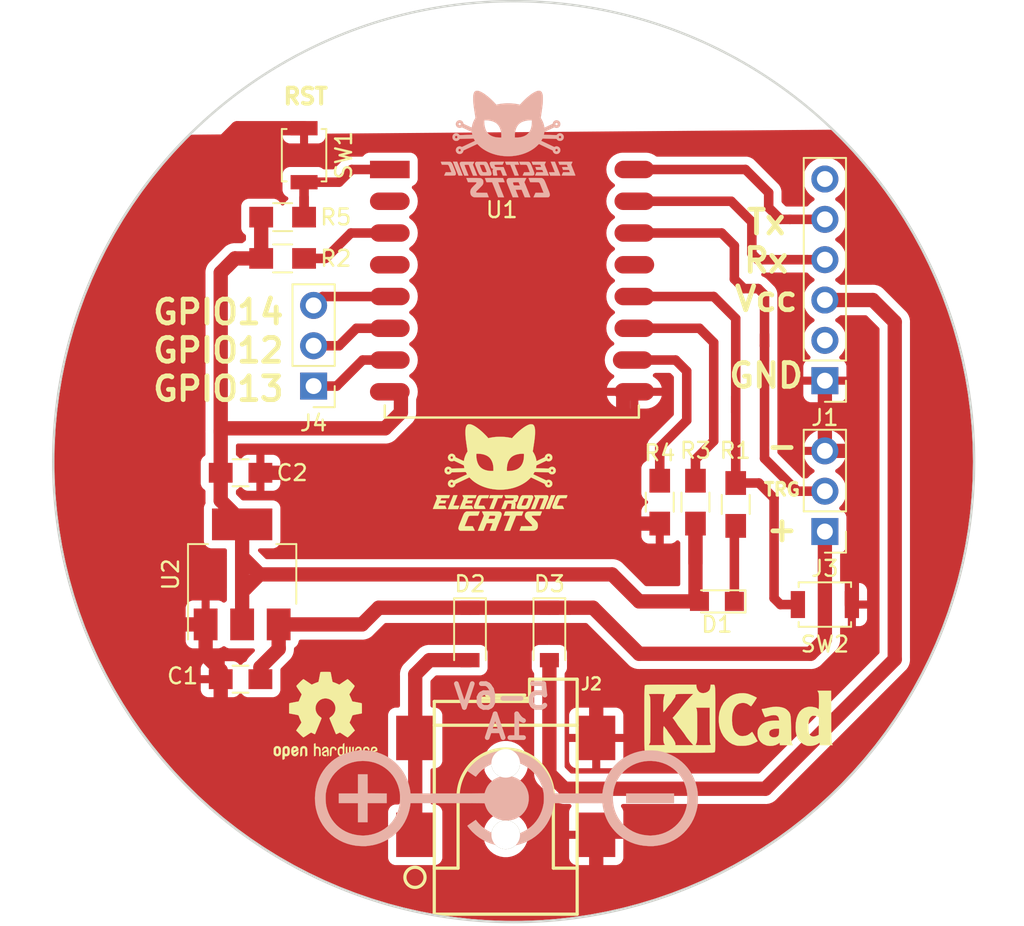
<source format=kicad_pcb>
(kicad_pcb (version 20221018) (generator pcbnew)
  (layers (0 "F.Cu" signal) (31 "B.Cu" signal) (34 "B.Paste" user) (35 "F.Paste" user) (36 "B.SilkS" user "B.Silkscreen") (37 "F.SilkS" user "F.Silkscreen") (38 "B.Mask" user) (39 "F.Mask" user) (44 "Edge.Cuts" user))
  (net 0 "")
  (net 1 "GND")
  (net 2 "+3V3")
  (net 3 "VCC")
  (net 4 "/RST")
  (net 5 "/TXD")
  (net 6 "/RXD")
  (net 7 "/GPIO0")
  (net 8 "/RESET")
  (net 9 "/ADC")
  (net 10 "/CH_PD")
  (net 11 "/GPIO15")
  (net 12 "/GPIO2")
  (net 13 "/GPIO13")
  (net 14 "/GPIO12")
  (net 15 "/GPIO14")
  (net 16 "/GPIO4")
  (net 17 "+5V")
  (net 18 "Net-(D1-Pad1)")
  (net 19 "+5VP")
  (net 20 "Net-(J1-Pad2)")
  (net 21 "Net-(J1-Pad6)")
  (net 22 "/TRG")
  (footprint "Capacitors_SMD:C_0805_HandSoldering" (layer "F.Cu") (at 94.15 82.7 180)
    (fp_text reference "C1" (at 3.65 0.2 180) (layer "F.SilkS"))
    (fp_text value "4.7uF")
    (pad "1" smd rect (at -1.25 0 180) (size 1.5 1.25) (layers "F.Cu" "F.Paste" "F.Mask") (net 17 "+5V"))
    (pad "2" smd rect (at 1.25 0 180) (size 1.5 1.25) (layers "F.Cu" "F.Paste" "F.Mask") (net 1 "GND"))
  )
  (footprint "Capacitors_SMD:C_0805_HandSoldering" (layer "F.Cu") (at 94.15 69.7)
    (fp_text reference "C2" (at 3.25 0) (layer "F.SilkS"))
    (fp_text value "4.7uF")
    (pad "1" smd rect (at -1.25 0) (size 1.5 1.25) (layers "F.Cu" "F.Paste" "F.Mask") (net 2 "+3V3"))
    (pad "2" smd rect (at 1.25 0) (size 1.5 1.25) (layers "F.Cu" "F.Paste" "F.Mask") (net 1 "GND"))
  )
  (footprint "LEDs:LED_0805" (layer "F.Cu") (at 124.15 77.8 180)
    (fp_text reference "D1" (at 0 -1.45 180) (layer "F.SilkS"))
    (fp_text value "Led")
    (pad "1" smd rect (at -1.1 0) (size 1.2 1.2) (layers "F.Cu" "F.Paste" "F.Mask") (net 18 "Net-(D1-Pad1)"))
    (pad "2" smd rect (at 1.1 0) (size 1.2 1.2) (layers "F.Cu" "F.Paste" "F.Mask") (net 2 "+3V3"))
  )
  (footprint "Diodes_SMD:D_SOD-123" (layer "F.Cu") (at 108.6 79.85 -90)
    (fp_text reference "D2" (at -3.15 0) (layer "F.SilkS"))
    (fp_text value "D_Schottky")
    (pad "1" smd rect (at -1.65 0 270) (size 0.9 1.2) (layers "F.Cu" "F.Paste" "F.Mask") (net 17 "+5V"))
    (pad "2" smd rect (at 1.65 0 270) (size 0.9 1.2) (layers "F.Cu" "F.Paste" "F.Mask") (net 3 "VCC"))
  )
  (footprint "Diodes_SMD:D_SOD-123" (layer "F.Cu") (at 113.6 79.85 -90)
    (fp_text reference "D3" (at -3.15 0) (layer "F.SilkS"))
    (fp_text value "D_Schottky")
    (pad "1" smd rect (at -1.65 0 270) (size 0.9 1.2) (layers "F.Cu" "F.Paste" "F.Mask") (net 17 "+5V"))
    (pad "2" smd rect (at 1.65 0 270) (size 0.9 1.2) (layers "F.Cu" "F.Paste" "F.Mask") (net 19 "+5VP"))
  )
  (footprint "Pin_Headers:Pin_Header_Straight_1x06_Pitch2.54mm" (layer "F.Cu") (at 130.95 63.9 180)
    (fp_text reference "J1" (at 0 -2.33 180) (layer "F.SilkS"))
    (fp_text value "CONN_01X06")
    (pad "1" thru_hole rect (at 0 0 180) (size 1.7 1.7) (drill 1) (layers "*.Cu" "*.Mask") (net 1 "GND"))
    (pad "2" thru_hole oval (at 0 2.54 180) (size 1.7 1.7) (drill 1) (layers "*.Cu" "*.Mask") (net 20 "Net-(J1-Pad2)"))
    (pad "3" thru_hole oval (at 0 5.08 180) (size 1.7 1.7) (drill 1) (layers "*.Cu" "*.Mask") (net 19 "+5VP"))
    (pad "4" thru_hole oval (at 0 7.62 180) (size 1.7 1.7) (drill 1) (layers "*.Cu" "*.Mask") (net 6 "/RXD"))
    (pad "5" thru_hole oval (at 0 10.16 180) (size 1.7 1.7) (drill 1) (layers "*.Cu" "*.Mask") (net 5 "/TXD"))
    (pad "6" thru_hole oval (at 0 12.7 180) (size 1.7 1.7) (drill 1) (layers "*.Cu" "*.Mask") (net 21 "Net-(J1-Pad6)"))
  )
  (footprint "jmicron:CUI-PJ-002AH-SMT_dc-barrel-jack" (layer "F.Cu") (at 110.85 90.1 90)
    (fp_text reference "J2" (at 7.1 5.4 180) (layer "F.SilkS") (effects (font (size 0.762 0.762) (thickness 0.1524))))
    (fp_text value "PJ-002AH-SMT-TR" hide)
    (pad "" thru_hole circle (at -2.4 0 90) (size 1.8 1.8) (drill 1.8) (layers "*.Cu" "*.Mask" "F.SilkS"))
    (pad "" thru_hole circle (at 2.1 0 90) (size 1.8 1.8) (drill 1.8) (layers "*.Cu" "*.Mask" "F.SilkS"))
    (pad "1" smd rect (at -2.4 -5.7 90) (size 2.8 2.4) (layers "F.Cu" "F.Paste" "F.Mask") (net 3 "VCC"))
    (pad "1" smd rect (at 3.7 -5.7 90) (size 2.8 2.4) (layers "F.Cu" "F.Paste" "F.Mask") (net 3 "VCC"))
    (pad "2" smd rect (at -2.4 5.7 90) (size 2.8 2.4) (layers "F.Cu" "F.Paste" "F.Mask") (net 1 "GND"))
    (pad "3" smd rect (at 3.7 5.7 90) (size 2.8 2.4) (layers "F.Cu" "F.Paste" "F.Mask") (net 1 "GND"))
  )
  (footprint "Pin_Headers:Pin_Header_Straight_1x03_Pitch2.54mm" (layer "F.Cu") (at 130.95 73.4 180)
    (fp_text reference "J3" (at 0 -2.33 180) (layer "F.SilkS"))
    (fp_text value "CONN_01X03")
    (pad "1" thru_hole rect (at 0 0 180) (size 1.7 1.7) (drill 1) (layers "*.Cu" "*.Mask") (net 17 "+5V"))
    (pad "2" thru_hole oval (at 0 2.54 180) (size 1.7 1.7) (drill 1) (layers "*.Cu" "*.Mask") (net 22 "/TRG"))
    (pad "3" thru_hole oval (at 0 5.08 180) (size 1.7 1.7) (drill 1) (layers "*.Cu" "*.Mask") (net 1 "GND"))
  )
  (footprint "Pin_Headers:Pin_Header_Straight_1x03_Pitch2.54mm" (layer "F.Cu") (at 98.75 64.24 180)
    (fp_text reference "J4" (at 0 -2.33 180) (layer "F.SilkS"))
    (fp_text value "CONN_01X03")
    (pad "1" thru_hole rect (at 0 0 180) (size 1.7 1.7) (drill 1) (layers "*.Cu" "*.Mask") (net 13 "/GPIO13"))
    (pad "2" thru_hole oval (at 0 2.54 180) (size 1.7 1.7) (drill 1) (layers "*.Cu" "*.Mask") (net 14 "/GPIO12"))
    (pad "3" thru_hole oval (at 0 5.08 180) (size 1.7 1.7) (drill 1) (layers "*.Cu" "*.Mask") (net 15 "/GPIO14"))
  )
  (footprint "Resistors_SMD:R_0805_HandSoldering" (layer "F.Cu") (at 125.335 71.695001 -90)
    (fp_text reference "R1" (at -3.395001 0.035) (layer "F.SilkS"))
    (fp_text value "330R")
    (pad "1" smd rect (at -1.35 0 270) (size 1.5 1.3) (layers "F.Cu" "F.Paste" "F.Mask") (net 7 "/GPIO0"))
    (pad "2" smd rect (at 1.35 0 270) (size 1.5 1.3) (layers "F.Cu" "F.Paste" "F.Mask") (net 18 "Net-(D1-Pad1)"))
  )
  (footprint "Resistors_SMD:R_0805_HandSoldering" (layer "F.Cu") (at 96.8 56.2)
    (fp_text reference "R2" (at 3.35 0 180) (layer "F.SilkS"))
    (fp_text value "10K")
    (pad "1" smd rect (at -1.35 0) (size 1.5 1.3) (layers "F.Cu" "F.Paste" "F.Mask") (net 2 "+3V3"))
    (pad "2" smd rect (at 1.35 0) (size 1.5 1.3) (layers "F.Cu" "F.Paste" "F.Mask") (net 10 "/CH_PD"))
  )
  (footprint "Resistors_SMD:R_0805_HandSoldering" (layer "F.Cu") (at 122.8 71.55 90)
    (fp_text reference "R3" (at 3.25 0 180) (layer "F.SilkS"))
    (fp_text value "10K")
    (pad "1" smd rect (at -1.35 0 90) (size 1.5 1.3) (layers "F.Cu" "F.Paste" "F.Mask") (net 2 "+3V3"))
    (pad "2" smd rect (at 1.35 0 90) (size 1.5 1.3) (layers "F.Cu" "F.Paste" "F.Mask") (net 12 "/GPIO2"))
  )
  (footprint "Resistors_SMD:R_0805_HandSoldering" (layer "F.Cu") (at 120.55 71.55 -90)
    (fp_text reference "R4" (at -3.1 0) (layer "F.SilkS"))
    (fp_text value "10K")
    (pad "1" smd rect (at -1.35 0 270) (size 1.5 1.3) (layers "F.Cu" "F.Paste" "F.Mask") (net 11 "/GPIO15"))
    (pad "2" smd rect (at 1.35 0 270) (size 1.5 1.3) (layers "F.Cu" "F.Paste" "F.Mask") (net 1 "GND"))
  )
  (footprint "Resistors_SMD:R_0805_HandSoldering" (layer "F.Cu") (at 96.8 53.6)
    (fp_text reference "R5" (at 3.35 0 180) (layer "F.SilkS"))
    (fp_text value "10K")
    (pad "1" smd rect (at -1.35 0) (size 1.5 1.3) (layers "F.Cu" "F.Paste" "F.Mask") (net 2 "+3V3"))
    (pad "2" smd rect (at 1.35 0) (size 1.5 1.3) (layers "F.Cu" "F.Paste" "F.Mask") (net 4 "/RST"))
  )
  (footprint "Buttons_Switches_SMD:SW_SPST_B3U-1000P" (layer "F.Cu") (at 98.15 49.7 -90)
    (fp_text reference "SW1" (at 0 -2.5 270) (layer "F.SilkS"))
    (fp_text value "SW_RESET")
    (pad "1" smd rect (at -1.7 0 270) (size 0.9 1.7) (layers "F.Cu" "F.Paste" "F.Mask") (net 1 "GND"))
    (pad "2" smd rect (at 1.7 0 270) (size 0.9 1.7) (layers "F.Cu" "F.Paste" "F.Mask") (net 4 "/RST"))
  )
  (footprint "Buttons_Switches_SMD:SW_SPST_B3U-1000P" (layer "F.Cu") (at 130.95 78 180)
    (fp_text reference "SW2" (at 0 -2.5 180) (layer "F.SilkS"))
    (fp_text value "SW_RESET")
    (pad "1" smd rect (at -1.7 0 180) (size 0.9 1.7) (layers "F.Cu" "F.Paste" "F.Mask") (net 1 "GND"))
    (pad "2" smd rect (at 1.7 0 180) (size 0.9 1.7) (layers "F.Cu" "F.Paste" "F.Mask") (net 7 "/GPIO0"))
  )
  (footprint "ESP-12E" (layer "F.Cu") (at 104.25 50.6)
    (fp_text reference "U1" (at 6.35 2.54) (layer "F.SilkS"))
    (fp_text value "ESP8266-12E" hide)
    (pad "1" smd rect (at 0 0) (size 2.5 1.1) (drill (offset -0.7 0)) (layers "F.Cu" "F.Paste" "F.Mask") (net 4 "/RST"))
    (pad "2" smd oval (at 0 2) (size 2.5 1.1) (drill (offset -0.7 0)) (layers "F.Cu" "F.Paste" "F.Mask") (net 9 "/ADC"))
    (pad "3" smd oval (at 0 4) (size 2.5 1.1) (drill (offset -0.7 0)) (layers "F.Cu" "F.Paste" "F.Mask") (net 10 "/CH_PD"))
    (pad "4" smd oval (at 0 6) (size 2.5 1.1) (drill (offset -0.7 0)) (layers "F.Cu" "F.Paste" "F.Mask") (net 8 "/RESET"))
    (pad "5" smd oval (at 0 8) (size 2.5 1.1) (drill (offset -0.7 0)) (layers "F.Cu" "F.Paste" "F.Mask") (net 15 "/GPIO14"))
    (pad "6" smd oval (at 0 10) (size 2.5 1.1) (drill (offset -0.7 0)) (layers "F.Cu" "F.Paste" "F.Mask") (net 14 "/GPIO12"))
    (pad "7" smd oval (at 0 12) (size 2.5 1.1) (drill (offset -0.7 0)) (layers "F.Cu" "F.Paste" "F.Mask") (net 13 "/GPIO13"))
    (pad "8" smd oval (at 0 14) (size 2.5 1.1) (drill (offset -0.7 0)) (layers "F.Cu" "F.Paste" "F.Mask") (net 2 "+3V3"))
    (pad "15" smd oval (at 14 14) (size 2.5 1.1) (drill (offset 0.7 0)) (layers "F.Cu" "F.Paste" "F.Mask") (net 1 "GND"))
    (pad "16" smd oval (at 14 12) (size 2.5 1.1) (drill (offset 0.6 0)) (layers "F.Cu" "F.Paste" "F.Mask") (net 11 "/GPIO15"))
    (pad "17" smd oval (at 14 10) (size 2.5 1.1) (drill (offset 0.7 0)) (layers "F.Cu" "F.Paste" "F.Mask") (net 12 "/GPIO2"))
    (pad "18" smd oval (at 14 8) (size 2.5 1.1) (drill (offset 0.7 0)) (layers "F.Cu" "F.Paste" "F.Mask") (net 7 "/GPIO0"))
    (pad "19" smd oval (at 14 6) (size 2.5 1.1) (drill (offset 0.7 0)) (layers "F.Cu" "F.Paste" "F.Mask") (net 16 "/GPIO4"))
    (pad "20" smd oval (at 14 4) (size 2.5 1.1) (drill (offset 0.7 0)) (layers "F.Cu" "F.Paste" "F.Mask") (net 22 "/TRG"))
    (pad "21" smd oval (at 14 2) (size 2.5 1.1) (drill (offset 0.7 0)) (layers "F.Cu" "F.Paste" "F.Mask") (net 6 "/RXD"))
    (pad "22" smd oval (at 14 0) (size 2.5 1.1) (drill (offset 0.7 0)) (layers "F.Cu" "F.Paste" "F.Mask") (net 5 "/TXD"))
  )
  (footprint "TO_SOT_Packages_SMD:SOT-223-3_TabPin2" (layer "F.Cu") (at 94.25 76.1 90)
    (fp_text reference "U2" (at 0 -4.5 90) (layer "F.SilkS"))
    (fp_text value "AP2114")
    (pad "1" smd rect (at -3.15 -2.3 90) (size 2 1.5) (layers "F.Cu" "F.Paste" "F.Mask") (net 1 "GND"))
    (pad "2" smd rect (at -3.15 0 90) (size 2 1.5) (layers "F.Cu" "F.Paste" "F.Mask") (net 2 "+3V3"))
    (pad "2" smd rect (at 3.15 0 90) (size 2 3.8) (layers "F.Cu" "F.Paste" "F.Mask") (net 2 "+3V3"))
    (pad "3" smd rect (at -3.15 2.3 90) (size 2 1.5) (layers "F.Cu" "F.Paste" "F.Mask") (net 17 "+5V"))
  )
  (footprint "Symbols:Symbol_KiCAD-Logo_CopperAndSilkScreenTop" (layer "F.Cu") (at 125.5 85)
    (fp_text reference "REF**" hide)
    (fp_text value "KiCAD Logo" hide)
  )
  (footprint "Symbols:OSHW-Logo2_7.3x6mm_SilkScreen" (layer "F.Cu") (at 99.5 85)
    (fp_text reference "REF***" hide)
    (fp_text value "OSHW-Logo2_7.3x6mm_SilkScreen" hide)
  )
  (footprint "TIH:electronic_cats_logo_8x6" (layer "F.Cu") (at 110.5 70)
    (fp_text reference "G***" hide)
    (fp_text value "LOGO" hide)
  )
  (footprint "Symbols:Polarity_Center_Positive_6mm_SilkScreen" (layer "B.Cu") (at 110.9 90.2 180)
    (fp_text reference "REF***" hide)
    (fp_text value "Polarity_Center_Positive_6mm_SilkScreen" hide)
  )
  (footprint "TIH:electronic_cats_logo_8x6" (layer "B.Cu") (at 111 49 180)
    (fp_text reference "G***" hide)
    (fp_text value "LOGO" hide)
  )
  (gr_circle (center 111.35 69) (end 140.35 69) (stroke (width 0.15)) (fill none) (layer "Edge.Cuts"))
  (gr_text "1A" (at 110.9 85.7) (layer "B.SilkS") (effects (font (size 1.5 1.5) (thickness 0.3)) (justify mirror)))
  (gr_text "5-6V\n" (at 110.6 83.8) (layer "B.SilkS") (effects (font (size 1.5 1.5) (thickness 0.3)) (justify mirror)))
  (gr_text "GPIO14\nGPIO12\nGPIO13" (at 92.75 62) (layer "F.SilkS") (effects (font (size 1.5 1.5) (thickness 0.3))))
  (gr_text "RST" (at 98.25 46) (layer "F.SilkS") (effects (font (size 1 1) (thickness 0.25))))
  (gr_text "TRG" (at 128.25 70.75) (layer "F.SilkS") (effects (font (size 0.8 0.8) (thickness 0.2))))
  (gr_text "Tx\nRx\nVcc\n\nGND" (at 127.25 58.75) (layer "F.SilkS") (effects (font (size 1.5 1.5) (thickness 0.3))))
  (gr_text "-" (at 128.25 68) (layer "F.SilkS") (effects (font (size 1.5 1.5) (thickness 0.3))))
  (gr_text "+" (at 128.25 73.25) (layer "F.SilkS") (effects (font (size 1.5 1.5) (thickness 0.3))))
  (segment (start 111.75 79.8) (end 111.05 80.5) (width 0.9) (layer "F.Cu") (net 1))
  (segment (start 132.65 78) (end 132.65 76.25) (width 0.9) (layer "F.Cu") (net 1))
  (segment (start 92.9 84.225) (end 92.9 82.7) (width 0.9) (layer "F.Cu") (net 1))
  (segment (start 132.65 76.25) (end 133.35 75.55) (width 0.9) (layer "F.Cu") (net 1))
  (segment (start 89.75 52.2) (end 93.95 48) (width 0.9) (layer "F.Cu") (net 1))
  (segment (start 111.05 83.4) (end 111.05 80.5) (width 0.9) (layer "F.Cu") (net 1))
  (segment (start 109.055639 89.605639) (end 109.055639 88.3) (width 0.9) (layer "F.Cu") (net 1))
  (segment (start 95.4 69.7) (end 110.85 69.7) (width 0.9) (layer "F.Cu") (net 1))
  (segment (start 110.15 95.6) (end 108.15 95.6) (width 0.9) (layer "F.Cu") (net 1))
  (segment (start 118.25 72.15) (end 118.25 69.7) (width 0.9) (layer "F.Cu") (net 1))
  (segment (start 120.55 72.9) (end 119 72.9) (width 0.9) (layer "F.Cu") (net 1))
  (segment (start 119 72.9) (end 118.25 72.15) (width 0.9) (layer "F.Cu") (net 1))
  (segment (start 110.85 69.7) (end 118.25 69.7) (width 0.9) (layer "F.Cu") (net 1))
  (segment (start 132.47 68.32) (end 130.95 68.32) (width 0.9) (layer "F.Cu") (net 1))
  (segment (start 91.95 79.25) (end 90.3 79.25) (width 0.9) (layer "F.Cu") (net 1))
  (segment (start 92.9 82.7) (end 92.9 82.15) (width 0.9) (layer "F.Cu") (net 1))
  (segment (start 103.15 95.6) (end 101.85 94.3) (width 0.9) (layer "F.Cu") (net 1))
  (segment (start 89.75 78.7) (end 89.75 52.2) (width 0.9) (layer "F.Cu") (net 1))
  (segment (start 133.35 69.2) (end 132.47 68.32) (width 0.9) (layer "F.Cu") (net 1))
  (segment (start 93.95 48) (end 98.15 48) (width 0.9) (layer "F.Cu") (net 1))
  (segment (start 116.55 81) (end 115.35 79.8) (width 0.9) (layer "F.Cu") (net 1))
  (segment (start 109.055639 88.3) (end 109.055639 94.694361) (width 0.9) (layer "F.Cu") (net 1))
  (segment (start 118.25 69) (end 118.25 64.6) (width 0.9) (layer "F.Cu") (net 1))
  (segment (start 120.55 72.9) (end 119.65 72.9) (width 0.4) (layer "F.Cu") (net 1))
  (segment (start 101.85 94.3) (end 101.85 85.8) (width 0.9) (layer "F.Cu") (net 1))
  (segment (start 101.85 85.8) (end 100.75 84.7) (width 0.9) (layer "F.Cu") (net 1))
  (segment (start 108.15 95.6) (end 103.15 95.6) (width 0.9) (layer "F.Cu") (net 1))
  (segment (start 110.15 95.6) (end 109.961278 95.6) (width 0.9) (layer "F.Cu") (net 1))
  (segment (start 109.055639 94.694361) (end 108.15 95.6) (width 0.9) (layer "F.Cu") (net 1))
  (segment (start 93.375 84.7) (end 92.9 84.225) (width 0.9) (layer "F.Cu") (net 1))
  (segment (start 91.8 79.4) (end 91.95 79.25) (width 0.9) (layer "F.Cu") (net 1))
  (segment (start 115.35 79.8) (end 111.75 79.8) (width 0.9) (layer "F.Cu") (net 1))
  (segment (start 118.25 69.7) (end 118.25 69) (width 0.9) (layer "F.Cu") (net 1))
  (segment (start 133.35 75.55) (end 133.35 69.2) (width 0.9) (layer "F.Cu") (net 1))
  (segment (start 109.055639 88.3) (end 109.055639 85.394361) (width 0.9) (layer "F.Cu") (net 1))
  (segment (start 116.55 92.5) (end 116.55 94.8) (width 0.9) (layer "F.Cu") (net 1))
  (segment (start 130.95 68.32) (end 130.95 63.9) (width 0.9) (layer "F.Cu") (net 1))
  (segment (start 92.9 82.15) (end 91.95 81.2) (width 0.9) (layer "F.Cu") (net 1))
  (segment (start 109.961278 95.6) (end 109.055639 94.694361) (width 0.9) (layer "F.Cu") (net 1))
  (segment (start 100.75 84.7) (end 93.375 84.7) (width 0.9) (layer "F.Cu") (net 1))
  (segment (start 109.055639 85.394361) (end 111.05 83.4) (width 0.9) (layer "F.Cu") (net 1))
  (segment (start 116.55 94.8) (end 115.75 95.6) (width 0.9) (layer "F.Cu") (net 1))
  (segment (start 91.95 81.2) (end 91.95 79.25) (width 0.9) (layer "F.Cu") (net 1))
  (segment (start 116.55 86.4) (end 116.55 81) (width 0.9) (layer "F.Cu") (net 1))
  (segment (start 90.3 79.25) (end 89.75 78.7) (width 0.9) (layer "F.Cu") (net 1))
  (segment (start 110.85 69.7) (end 110.85 50.1) (width 0.9) (layer "F.Cu") (net 1))
  (segment (start 115.75 95.6) (end 110.15 95.6) (width 0.9) (layer "F.Cu") (net 1))
  (segment (start 93.3 56.7) (end 93.8 56.2) (width 0.9) (layer "F.Cu") (net 2))
  (segment (start 104.25 64.6) (end 104.25 65.9) (width 0.9) (layer "F.Cu") (net 2))
  (segment (start 122.8 75.4) (end 122.8 72.9) (width 0.9) (layer "F.Cu") (net 2))
  (segment (start 93.8 56.2) (end 95.45 56.2) (width 0.9) (layer "F.Cu") (net 2))
  (segment (start 94.25 72.8) (end 92.9 71.45) (width 0.9) (layer "F.Cu") (net 2))
  (segment (start 93.1 66.9) (end 92.9 67.1) (width 0.9) (layer "F.Cu") (net 2))
  (segment (start 94.45 77) (end 95.35 76.1) (width 0.9) (layer "F.Cu") (net 2))
  (segment (start 92.9 71.45) (end 92.9 69.7) (width 0.9) (layer "F.Cu") (net 2))
  (segment (start 122.8 77.55) (end 123.05 77.8) (width 0.9) (layer "F.Cu") (net 2))
  (segment (start 92.9 67.1) (end 92.9 57.1) (width 0.9) (layer "F.Cu") (net 2))
  (segment (start 94.25 72.95) (end 94.25 72.8) (width 0.9) (layer "F.Cu") (net 2))
  (segment (start 95.35 76.1) (end 94.25 75) (width 0.9) (layer "F.Cu") (net 2))
  (segment (start 119.25 77.8) (end 117.55 76.1) (width 0.9) (layer "F.Cu") (net 2))
  (segment (start 94.25 75) (end 94.25 72.95) (width 0.9) (layer "F.Cu") (net 2))
  (segment (start 94.25 79.25) (end 94.25 77) (width 0.9) (layer "F.Cu") (net 2))
  (segment (start 92.9 57.1) (end 93.8 56.2) (width 0.9) (layer "F.Cu") (net 2))
  (segment (start 117.55 76.1) (end 95.35 76.1) (width 0.9) (layer "F.Cu") (net 2))
  (segment (start 104.25 65.9) (end 103.25 66.9) (width 0.9) (layer "F.Cu") (net 2))
  (segment (start 95.45 53.6) (end 95.45 56.2) (width 0.9) (layer "F.Cu") (net 2))
  (segment (start 123.05 77.8) (end 119.25 77.8) (width 0.9) (layer "F.Cu") (net 2))
  (segment (start 122.8 72.9) (end 122.8 77.55) (width 0.9) (layer "F.Cu") (net 2))
  (segment (start 103.25 66.9) (end 93.1 66.9) (width 0.9) (layer "F.Cu") (net 2))
  (segment (start 92.9 69.7) (end 92.9 67.1) (width 0.9) (layer "F.Cu") (net 2))
  (segment (start 94.25 77) (end 94.25 75) (width 0.9) (layer "F.Cu") (net 2))
  (segment (start 94.3 79.3) (end 94.25 79.25) (width 0.9) (layer "F.Cu") (net 2))
  (segment (start 94.25 77) (end 94.45 77) (width 0.9) (layer "F.Cu") (net 2))
  (segment (start 105.15 92.5) (end 105.15 86.4) (width 0.9) (layer "F.Cu") (net 3))
  (segment (start 105.15 82.4) (end 106.05 81.5) (width 0.9) (layer "F.Cu") (net 3))
  (segment (start 106.05 81.5) (end 108.6 81.5) (width 0.9) (layer "F.Cu") (net 3))
  (segment (start 105.15 86.4) (end 105.15 82.4) (width 0.9) (layer "F.Cu") (net 3))
  (segment (start 98.15 53.6) (end 98.15 52.35) (width 0.6) (layer "F.Cu") (net 4))
  (segment (start 98.15 51.4) (end 98.15 53.6) (width 0.6) (layer "F.Cu") (net 4))
  (segment (start 100.35 51.4) (end 101.15 50.6) (width 0.6) (layer "F.Cu") (net 4))
  (segment (start 101.15 50.6) (end 104.25 50.6) (width 0.6) (layer "F.Cu") (net 4))
  (segment (start 98.15 51.4) (end 100.35 51.4) (width 0.6) (layer "F.Cu") (net 4))
  (segment (start 125.95 50.6) (end 127.41 52.06) (width 0.6) (layer "F.Cu") (net 5))
  (segment (start 128.75 53.74) (end 130.95 53.74) (width 0.6) (layer "F.Cu") (net 5))
  (segment (start 128.75 53.74) (end 128.15 53.74) (width 0.6) (layer "F.Cu") (net 5))
  (segment (start 118.25 50.6) (end 125.95 50.6) (width 0.6) (layer "F.Cu") (net 5))
  (segment (start 127.41 52.06) (end 127.41 53) (width 0.6) (layer "F.Cu") (net 5))
  (segment (start 128.15 53.74) (end 127.41 53) (width 0.6) (layer "F.Cu") (net 5))
  (segment (start 129.85 56.28) (end 128.47 56.28) (width 0.6) (layer "F.Cu") (net 6))
  (segment (start 126.73 56.28) (end 129.85 56.28) (width 0.6) (layer "F.Cu") (net 6))
  (segment (start 126.35 55.9) (end 126.73 56.28) (width 0.6) (layer "F.Cu") (net 6))
  (segment (start 118.25 52.6) (end 125.05 52.6) (width 0.6) (layer "F.Cu") (net 6))
  (segment (start 130.95 56.28) (end 129.85 56.28) (width 0.6) (layer "F.Cu") (net 6))
  (segment (start 126.35 53.9) (end 126.35 55.9) (width 0.6) (layer "F.Cu") (net 6))
  (segment (start 125.05 52.6) (end 126.35 53.9) (width 0.6) (layer "F.Cu") (net 6))
  (segment (start 125.335 65.9) (end 125.335 64.885) (width 0.6) (layer "F.Cu") (net 7))
  (segment (start 126.795001 70.345001) (end 127.75 71.3) (width 0.6) (layer "F.Cu") (net 7))
  (segment (start 128.15 78) (end 129.25 78) (width 0.6) (layer "F.Cu") (net 7))
  (segment (start 127.75 77.6) (end 128.15 78) (width 0.6) (layer "F.Cu") (net 7))
  (segment (start 123.95 58.6) (end 125.335 59.985) (width 0.6) (layer "F.Cu") (net 7))
  (segment (start 125.335 59.985) (end 125.335 65.9) (width 0.6) (layer "F.Cu") (net 7))
  (segment (start 118.25 58.6) (end 123.95 58.6) (width 0.6) (layer "F.Cu") (net 7))
  (segment (start 125.335 70.345001) (end 126.795001 70.345001) (width 0.6) (layer "F.Cu") (net 7))
  (segment (start 127.75 71.3) (end 127.75 77.6) (width 0.6) (layer "F.Cu") (net 7))
  (segment (start 125.335 70.345001) (end 125.335 65.9) (width 0.6) (layer "F.Cu") (net 7))
  (segment (start 98.15 56.2) (end 99.5 56.2) (width 0.6) (layer "F.Cu") (net 10))
  (segment (start 101.1 54.6) (end 104.25 54.6) (width 0.6) (layer "F.Cu") (net 10))
  (segment (start 99.5 56.2) (end 101.1 54.6) (width 0.6) (layer "F.Cu") (net 10))
  (segment (start 98.15 56.2) (end 99.3 56.2) (width 0.4) (layer "F.Cu") (net 10))
  (segment (start 118.25 62.6) (end 121.55 62.6) (width 0.6) (layer "F.Cu") (net 11))
  (segment (start 122.25 63.3) (end 122.25 66.4) (width 0.6) (layer "F.Cu") (net 11))
  (segment (start 120.55 68.1) (end 120.55 70.2) (width 0.6) (layer "F.Cu") (net 11))
  (segment (start 122.25 66.4) (end 120.55 68.1) (width 0.6) (layer "F.Cu") (net 11))
  (segment (start 121.55 62.6) (end 122.25 63.3) (width 0.6) (layer "F.Cu") (net 11))
  (segment (start 123.95 67.7) (end 123.95 61.5) (width 0.6) (layer "F.Cu") (net 12))
  (segment (start 122.8 68.85) (end 123.95 67.7) (width 0.6) (layer "F.Cu") (net 12))
  (segment (start 122.8 70.2) (end 122.8 68.85) (width 0.6) (layer "F.Cu") (net 12))
  (segment (start 123.95 61.5) (end 123.05 60.6) (width 0.6) (layer "F.Cu") (net 12))
  (segment (start 123.05 60.6) (end 118.25 60.6) (width 0.6) (layer "F.Cu") (net 12))
  (segment (start 101.84 62.6) (end 104.25 62.6) (width 0.6) (layer "F.Cu") (net 13))
  (segment (start 100.2 64.24) (end 101.84 62.6) (width 0.6) (layer "F.Cu") (net 13))
  (segment (start 98.75 64.24) (end 100.2 64.24) (width 0.6) (layer "F.Cu") (net 13))
  (segment (start 101.45 60.6) (end 100.35 61.7) (width 0.6) (layer "F.Cu") (net 14))
  (segment (start 104.25 60.6) (end 101.45 60.6) (width 0.6) (layer "F.Cu") (net 14))
  (segment (start 100.35 61.7) (end 98.75 61.7) (width 0.6) (layer "F.Cu") (net 14))
  (segment (start 104.25 58.6) (end 99.31 58.6) (width 0.6) (layer "F.Cu") (net 15))
  (segment (start 99.31 58.6) (end 98.75 59.16) (width 0.6) (layer "F.Cu") (net 15))
  (segment (start 130.95 80.2) (end 130.05 81.1) (width 0.9) (layer "F.Cu") (net 17))
  (segment (start 102.85 78.2) (end 108.6 78.2) (width 0.9) (layer "F.Cu") (net 17))
  (segment (start 96.55 80.7) (end 96.55 79.25) (width 0.9) (layer "F.Cu") (net 17))
  (segment (start 116.35 78.2) (end 114.85 78.2) (width 0.9) (layer "F.Cu") (net 17))
  (segment (start 96.55 80.8) (end 96.55 80.7) (width 0.9) (layer "F.Cu") (net 17))
  (segment (start 101.8 79.25) (end 102.85 78.2) (width 0.9) (layer "F.Cu") (net 17))
  (segment (start 96.6 79.2) (end 96.55 79.25) (width 0.9) (layer "F.Cu") (net 17))
  (segment (start 130.95 73.4) (end 130.95 80.2) (width 0.9) (layer "F.Cu") (net 17))
  (segment (start 119.25 81.1) (end 116.35 78.2) (width 0.9) (layer "F.Cu") (net 17))
  (segment (start 96.55 79.25) (end 101.8 79.25) (width 0.9) (layer "F.Cu") (net 17))
  (segment (start 130.05 81.1) (end 119.25 81.1) (width 0.9) (layer "F.Cu") (net 17))
  (segment (start 95.4 82.7) (end 95.4 81.95) (width 0.9) (layer "F.Cu") (net 17))
  (segment (start 114.85 78.2) (end 113.6 78.2) (width 0.9) (layer "F.Cu") (net 17))
  (segment (start 95.4 81.95) (end 96.55 80.8) (width 0.9) (layer "F.Cu") (net 17))
  (segment (start 108.6 78.2) (end 113.6 78.2) (width 0.9) (layer "F.Cu") (net 17))
  (segment (start 125.25 77.8) (end 125.25 73.130001) (width 0.6) (layer "F.Cu") (net 18))
  (segment (start 125.25 73.130001) (end 125.335 73.045001) (width 0.6) (layer "F.Cu") (net 18))
  (segment (start 125.3 73.080001) (end 125.335 73.045001) (width 0.4) (layer "F.Cu") (net 18))
  (segment (start 127.205649 89.6) (end 135.35 81.455649) (width 0.9) (layer "F.Cu") (net 19))
  (segment (start 133.97 58.82) (end 130.95 58.82) (width 0.9) (layer "F.Cu") (net 19))
  (segment (start 135.35 60.2) (end 133.97 58.82) (width 0.9) (layer "F.Cu") (net 19))
  (segment (start 135.35 81.455649) (end 135.35 60.2) (width 0.9) (layer "F.Cu") (net 19))
  (segment (start 113.75 81.5) (end 113.6 81.5) (width 0.9) (layer "F.Cu") (net 19))
  (segment (start 113.6 81.5) (end 113.6 88.65) (width 0.9) (layer "F.Cu") (net 19))
  (segment (start 114.55 89.6) (end 127.205649 89.6) (width 0.9) (layer "F.Cu") (net 19))
  (segment (start 113.6 88.65) (end 114.55 89.6) (width 0.9) (layer "F.Cu") (net 19))
  (segment (start 125.25 57.5) (end 125.25 55.4) (width 0.6) (layer "F.Cu") (net 22))
  (segment (start 125.25 55.4) (end 124.45 54.6) (width 0.6) (layer "F.Cu") (net 22))
  (segment (start 129.21 70.86) (end 127.15 68.8) (width 0.6) (layer "F.Cu") (net 22))
  (segment (start 127.15 61.7) (end 127.15 61) (width 0.6) (layer "F.Cu") (net 22))
  (segment (start 125.85 58.1) (end 125.25 57.5) (width 0.6) (layer "F.Cu") (net 22))
  (segment (start 124.45 54.6) (end 118.25 54.6) (width 0.6) (layer "F.Cu") (net 22))
  (segment (start 126.75 58.1) (end 125.85 58.1) (width 0.6) (layer "F.Cu") (net 22))
  (segment (start 127.15 68.8) (end 127.15 61.7) (width 0.6) (layer "F.Cu") (net 22))
  (segment (start 127.15 58.5) (end 126.75 58.1) (width 0.6) (layer "F.Cu") (net 22))
  (segment (start 127.15 61.7) (end 127.15 58.5) (width 0.6) (layer "F.Cu") (net 22))
  (segment (start 130.95 70.86) (end 129.21 70.86) (width 0.6) (layer "F.Cu") (net 22))
  (zone (net 1) (net_name "GND") (layer "F.Cu") (connect_pads (clearance 0.508)) (min_thickness 0.254) (fill yes (thermal_gap 0.508) (thermal_bridge_width 0.508))
    (polygon (pts (xy 79 48.5) (xy 79.25 98.25) (xy 142.25 98) (xy 143.5 48)))
  )
)
</source>
